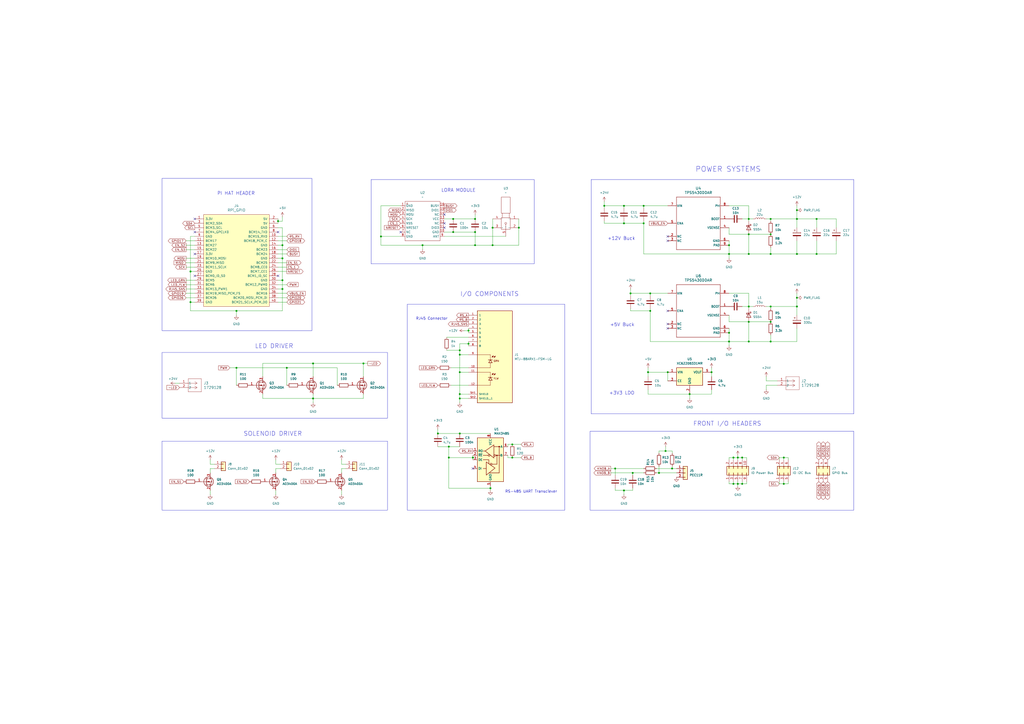
<source format=kicad_sch>
(kicad_sch (version 20250114) (generator "eeschema") (generator_version "9.0")
  (paper "A2")
  (rectangle (start 93.98 255.905) (end 224.79 295.91))
  (rectangle (start 93.98 204.47) (end 224.79 242.57))
  (rectangle (start 215.265 104.14) (end 309.88 153.035))
  (rectangle (start 93.98 103.505) (end 180.975 191.77))
  (rectangle (start 236.22 176.53) (end 327.66 295.91))
  (rectangle (start 342.9 104.14) (end 495.3 240.03))
  (rectangle (start 342.265 250.19) (end 495.3 295.91))
  (text "+5V Buck" (at 360.934 188.468 0) (effects (font (size 1.905 1.905))))
  (text "SOLENOID DRIVER" (at 158.242 251.714 0) (effects (font (size 2.54 2.54))))
  (text "LORA MODULE\n" (at 265.938 110.49 0) (effects (font (size 1.905 1.905))))
  (text "POWER SYSTEMS" (at 422.402 98.298 0) (effects (font (size 3.048 3.048))))
  (text "+12V Buck\n" (at 360.426 138.43 0) (effects (font (size 1.905 1.905))))
  (text "I/O COMPONENTS" (at 283.972 170.688 0) (effects (font (size 2.54 2.54))))
  (text "RS-485 UART Transciever" (at 308.102 285.242 0) (effects (font (size 1.524 1.524))))
  (text "FRONT I/O HEADERS" (at 421.894 245.872 0) (effects (font (size 2.54 2.54))))
  (text "+3V3 LDO" (at 360.68 228.092 0) (effects (font (size 1.905 1.905))))
  (text "LED DRIVER" (at 159.004 200.914 0) (effects (font (size 2.54 2.54))))
  (text "RJ45 Connector" (at 250.444 184.912 0) (effects (font (size 1.524 1.524))))
  (text "PI HAT HEADER" (at 136.906 112.268 0) (effects (font (size 1.905 1.905))))
  (junction (at 434.34 127))
  (junction (at 434.34 177.8))
  (junction (at 473.71 147.32))
  (junction (at 254 251.46))
  (junction (at 462.28 127))
  (junction (at 266.7 251.46))
  (junction (at 275.59 127))
  (junction (at 181.61 231.14))
  (junction (at 110.49 175.26))
  (junction (at 382.27 274.32))
  (junction (at 163.83 162.56))
  (junction (at 266.7 215.9))
  (junction (at 427.99 265.43))
  (junction (at 260.35 259.08))
  (junction (at 166.37 213.36))
  (junction (at 422.91 193.04))
  (junction (at 137.16 213.36))
  (junction (at 266.7 231.14))
  (junction (at 454.66 265.43))
  (junction (at 425.45 280.67))
  (junction (at 400.05 228.6))
  (junction (at 430.53 265.43))
  (junction (at 386.08 261.62))
  (junction (at 110.49 157.48))
  (junction (at 285.75 142.24))
  (junction (at 427.99 280.67))
  (junction (at 375.92 215.9))
  (junction (at 361.95 119.38))
  (junction (at 454.66 280.67))
  (junction (at 163.83 142.24))
  (junction (at 262.89 134.62))
  (junction (at 266.7 205.74))
  (junction (at 447.04 198.12))
  (junction (at 260.35 265.43))
  (junction (at 275.59 142.24))
  (junction (at 266.7 228.6))
  (junction (at 137.16 180.34))
  (junction (at 412.75 215.9))
  (junction (at 285.75 132.08))
  (junction (at 210.82 210.82))
  (junction (at 161.29 128.27))
  (junction (at 262.89 127))
  (junction (at 163.83 149.86))
  (junction (at 266.7 203.2))
  (junction (at 462.28 121.92))
  (junction (at 361.95 129.54))
  (junction (at 377.19 180.34))
  (junction (at 462.28 172.72))
  (junction (at 373.38 129.54))
  (junction (at 434.34 135.89))
  (junction (at 422.91 198.12))
  (junction (at 422.91 147.32))
  (junction (at 434.34 147.32))
  (junction (at 473.71 127))
  (junction (at 361.95 284.48))
  (junction (at 181.61 210.82))
  (junction (at 284.48 283.21))
  (junction (at 447.04 147.32))
  (junction (at 300.99 132.08))
  (junction (at 462.28 177.8))
  (junction (at 365.76 170.18))
  (junction (at 373.38 119.38))
  (junction (at 350.52 119.38))
  (junction (at 422.91 142.24))
  (junction (at 297.18 257.81))
  (junction (at 430.53 280.67))
  (junction (at 297.18 265.43))
  (junction (at 377.19 170.18))
  (junction (at 367.03 274.32))
  (junction (at 447.04 177.8))
  (junction (at 274.32 265.43))
  (junction (at 447.04 186.69))
  (junction (at 387.35 215.9))
  (junction (at 447.04 135.89))
  (junction (at 389.89 271.78))
  (junction (at 434.34 198.12))
  (junction (at 245.11 142.24))
  (junction (at 271.78 191.77))
  (junction (at 163.83 167.64))
  (junction (at 447.04 127))
  (junction (at 434.34 186.69))
  (junction (at 425.45 265.43))
  (junction (at 271.78 199.39))
  (junction (at 220.98 137.16))
  (junction (at 275.59 134.62))
  (junction (at 462.28 147.32))
  (junction (at 356.87 271.78))
  (no_connect (at 387.35 187.96))
  (no_connect (at 113.03 134.62))
  (no_connect (at 257.81 124.46))
  (no_connect (at 113.03 127))
  (no_connect (at 161.29 160.02))
  (no_connect (at 274.32 271.78))
  (no_connect (at 161.29 134.62))
  (no_connect (at 113.03 147.32))
  (no_connect (at 257.81 132.08))
  (no_connect (at 387.35 190.5))
  (no_connect (at 387.35 139.7))
  (no_connect (at 232.41 134.62))
  (no_connect (at 257.81 129.54))
  (no_connect (at 387.35 137.16))
  (no_connect (at 387.35 180.34))
  (no_connect (at 113.03 160.02))
  (wire (pts (xy 107.95 154.94) (xy 113.03 154.94)))
  (wire (pts (xy 294.64 259.08) (xy 294.64 257.81)))
  (wire (pts (xy 262.89 134.62) (xy 275.59 134.62)))
  (wire (pts (xy 152.4 231.14) (xy 181.61 231.14)))
  (wire (pts (xy 160.02 287.02) (xy 160.02 284.48)))
  (wire (pts (xy 260.35 259.08) (xy 260.35 265.43)))
  (wire (pts (xy 266.7 231.14) (xy 266.7 233.68)))
  (wire (pts (xy 422.91 265.43) (xy 425.45 265.43)))
  (wire (pts (xy 300.99 127) (xy 300.99 132.08)))
  (wire (pts (xy 297.18 257.81) (xy 302.26 257.81)))
  (wire (pts (xy 350.52 120.65) (xy 350.52 119.38)))
  (wire (pts (xy 462.28 139.7) (xy 462.28 147.32)))
  (wire (pts (xy 271.78 205.74) (xy 266.7 205.74)))
  (wire (pts (xy 356.87 271.78) (xy 373.38 271.78)))
  (wire (pts (xy 166.37 175.26) (xy 161.29 175.26)))
  (wire (pts (xy 430.53 265.43) (xy 430.53 266.7)))
  (wire (pts (xy 454.66 280.67) (xy 457.2 280.67)))
  (wire (pts (xy 361.95 284.48) (xy 367.03 284.48)))
  (wire (pts (xy 245.11 142.24) (xy 275.59 142.24)))
  (wire (pts (xy 434.34 198.12) (xy 447.04 198.12)))
  (wire (pts (xy 434.34 179.07) (xy 434.34 177.8)))
  (wire (pts (xy 210.82 210.82) (xy 181.61 210.82)))
  (wire (pts (xy 254 251.46) (xy 266.7 251.46)))
  (wire (pts (xy 121.92 266.7) (xy 121.92 269.24)))
  (wire (pts (xy 462.28 119.38) (xy 462.28 121.92)))
  (wire (pts (xy 373.38 129.54) (xy 373.38 128.27)))
  (wire (pts (xy 121.92 271.78) (xy 121.92 274.32)))
  (wire (pts (xy 166.37 144.78) (xy 161.29 144.78)))
  (wire (pts (xy 260.35 265.43) (xy 274.32 265.43)))
  (wire (pts (xy 181.61 231.14) (xy 181.61 228.6)))
  (wire (pts (xy 356.87 284.48) (xy 361.95 284.48)))
  (wire (pts (xy 113.03 157.48) (xy 110.49 157.48)))
  (wire (pts (xy 107.95 142.24) (xy 113.03 142.24)))
  (wire (pts (xy 389.89 271.78) (xy 392.43 271.78)))
  (wire (pts (xy 422.91 190.5) (xy 422.91 193.04)))
  (wire (pts (xy 161.29 167.64) (xy 163.83 167.64)))
  (wire (pts (xy 434.34 119.38) (xy 434.34 127)))
  (wire (pts (xy 422.91 186.69) (xy 434.34 186.69)))
  (wire (pts (xy 382.27 261.62) (xy 382.27 262.89)))
  (wire (pts (xy 356.87 271.78) (xy 356.87 275.59)))
  (wire (pts (xy 434.34 177.8) (xy 436.88 177.8)))
  (wire (pts (xy 261.62 213.36) (xy 271.78 213.36)))
  (wire (pts (xy 361.95 129.54) (xy 373.38 129.54)))
  (wire (pts (xy 377.19 180.34) (xy 377.19 198.12)))
  (wire (pts (xy 274.32 264.16) (xy 274.32 265.43)))
  (wire (pts (xy 163.83 162.56) (xy 163.83 149.86)))
  (wire (pts (xy 377.19 171.45) (xy 377.19 170.18)))
  (wire (pts (xy 166.37 147.32) (xy 161.29 147.32)))
  (wire (pts (xy 160.02 269.24) (xy 162.56 269.24)))
  (wire (pts (xy 434.34 170.18) (xy 434.34 177.8)))
  (wire (pts (xy 361.95 129.54) (xy 361.95 128.27)))
  (wire (pts (xy 254 259.08) (xy 260.35 259.08)))
  (wire (pts (xy 200.66 271.78) (xy 198.12 271.78)))
  (wire (pts (xy 271.78 190.5) (xy 271.78 191.77)))
  (wire (pts (xy 361.95 284.48) (xy 361.95 287.02)))
  (wire (pts (xy 107.95 149.86) (xy 113.03 149.86)))
  (wire (pts (xy 485.14 147.32) (xy 473.71 147.32)))
  (wire (pts (xy 389.89 261.62) (xy 389.89 262.89)))
  (wire (pts (xy 375.92 215.9) (xy 387.35 215.9)))
  (wire (pts (xy 452.12 280.67) (xy 452.12 279.4)))
  (wire (pts (xy 422.91 147.32) (xy 434.34 147.32)))
  (wire (pts (xy 447.04 127) (xy 462.28 127)))
  (wire (pts (xy 271.78 191.77) (xy 271.78 193.04)))
  (wire (pts (xy 447.04 128.27) (xy 447.04 127)))
  (wire (pts (xy 386.08 259.08) (xy 386.08 261.62)))
  (wire (pts (xy 462.28 177.8) (xy 462.28 182.88)))
  (wire (pts (xy 166.37 139.7) (xy 161.29 139.7)))
  (wire (pts (xy 375.92 226.06) (xy 375.92 228.6)))
  (wire (pts (xy 137.16 180.34) (xy 110.49 180.34)))
  (wire (pts (xy 261.62 223.52) (xy 271.78 223.52)))
  (wire (pts (xy 121.92 269.24) (xy 124.46 269.24)))
  (wire (pts (xy 260.35 283.21) (xy 284.48 283.21)))
  (wire (pts (xy 210.82 218.44) (xy 210.82 210.82)))
  (wire (pts (xy 427.99 265.43) (xy 430.53 265.43)))
  (wire (pts (xy 412.75 228.6) (xy 400.05 228.6)))
  (wire (pts (xy 452.12 280.67) (xy 454.66 280.67)))
  (wire (pts (xy 121.92 287.02) (xy 121.92 284.48)))
  (wire (pts (xy 266.7 228.6) (xy 266.7 231.14)))
  (wire (pts (xy 434.34 135.89) (xy 434.34 147.32)))
  (wire (pts (xy 294.64 257.81) (xy 297.18 257.81)))
  (wire (pts (xy 107.95 152.4) (xy 113.03 152.4)))
  (wire (pts (xy 457.2 280.67) (xy 457.2 279.4)))
  (wire (pts (xy 473.71 127) (xy 485.14 127)))
  (wire (pts (xy 269.24 191.77) (xy 271.78 191.77)))
  (wire (pts (xy 422.91 200.66) (xy 422.91 198.12)))
  (wire (pts (xy 266.7 228.6) (xy 271.78 228.6)))
  (wire (pts (xy 166.37 152.4) (xy 161.29 152.4)))
  (wire (pts (xy 271.78 198.12) (xy 271.78 199.39)))
  (wire (pts (xy 386.08 261.62) (xy 389.89 261.62)))
  (wire (pts (xy 137.16 213.36) (xy 137.16 223.52)))
  (wire (pts (xy 430.53 127) (xy 434.34 127)))
  (wire (pts (xy 389.89 270.51) (xy 389.89 271.78)))
  (wire (pts (xy 166.37 154.94) (xy 161.29 154.94)))
  (wire (pts (xy 181.61 210.82) (xy 181.61 218.44)))
  (wire (pts (xy 113.03 137.16) (xy 110.49 137.16)))
  (wire (pts (xy 387.35 215.9) (xy 387.35 220.98)))
  (wire (pts (xy 266.7 205.74) (xy 266.7 215.9)))
  (wire (pts (xy 110.49 157.48) (xy 110.49 175.26)))
  (wire (pts (xy 284.48 284.48) (xy 284.48 283.21)))
  (wire (pts (xy 367.03 284.48) (xy 367.03 283.21)))
  (wire (pts (xy 367.03 274.32) (xy 367.03 275.59)))
  (wire (pts (xy 365.76 180.34) (xy 377.19 180.34)))
  (wire (pts (xy 427.99 281.94) (xy 427.99 280.67)))
  (wire (pts (xy 161.29 137.16) (xy 166.37 137.16)))
  (wire (pts (xy 198.12 266.7) (xy 198.12 269.24)))
  (wire (pts (xy 285.75 142.24) (xy 275.59 142.24)))
  (wire (pts (xy 285.75 132.08) (xy 285.75 142.24)))
  (wire (pts (xy 285.75 142.24) (xy 300.99 142.24)))
  (wire (pts (xy 377.19 198.12) (xy 422.91 198.12)))
  (wire (pts (xy 181.61 231.14) (xy 210.82 231.14)))
  (wire (pts (xy 485.14 127) (xy 485.14 132.08)))
  (wire (pts (xy 382.27 274.32) (xy 392.43 274.32)))
  (wire (pts (xy 232.41 119.38) (xy 220.98 119.38)))
  (wire (pts (xy 163.83 180.34) (xy 137.16 180.34)))
  (wire (pts (xy 427.99 264.16) (xy 427.99 265.43)))
  (wire (pts (xy 110.49 175.26) (xy 113.03 175.26)))
  (wire (pts (xy 294.64 264.16) (xy 294.64 265.43)))
  (wire (pts (xy 260.35 259.08) (xy 266.7 259.08)))
  (wire (pts (xy 425.45 265.43) (xy 425.45 266.7)))
  (wire (pts (xy 133.35 213.36) (xy 137.16 213.36)))
  (wire (pts (xy 422.91 149.86) (xy 422.91 147.32)))
  (wire (pts (xy 107.95 167.64) (xy 113.03 167.64)))
  (wire (pts (xy 434.34 147.32) (xy 447.04 147.32)))
  (wire (pts (xy 162.56 271.78) (xy 160.02 271.78)))
  (wire (pts (xy 166.37 165.1) (xy 161.29 165.1)))
  (wire (pts (xy 444.5 218.44) (xy 444.5 220.98)))
  (wire (pts (xy 163.83 167.64) (xy 163.83 180.34)))
  (wire (pts (xy 163.83 149.86) (xy 163.83 142.24)))
  (wire (pts (xy 425.45 280.67) (xy 427.99 280.67)))
  (wire (pts (xy 260.35 265.43) (xy 260.35 283.21)))
  (wire (pts (xy 473.71 139.7) (xy 473.71 147.32)))
  (wire (pts (xy 275.59 124.46) (xy 275.59 127)))
  (wire (pts (xy 450.85 223.52) (xy 444.5 223.52)))
  (wire (pts (xy 361.95 119.38) (xy 373.38 119.38)))
  (wire (pts (xy 285.75 127) (xy 285.75 132.08)))
  (wire (pts (xy 160.02 271.78) (xy 160.02 274.32)))
  (wire (pts (xy 422.91 170.18) (xy 434.34 170.18)))
  (wire (pts (xy 350.52 128.27) (xy 350.52 129.54)))
  (wire (pts (xy 422.91 135.89) (xy 434.34 135.89)))
  (wire (pts (xy 271.78 199.39) (xy 266.7 199.39)))
  (wire (pts (xy 412.75 218.44) (xy 412.75 215.9)))
  (wire (pts (xy 427.99 265.43) (xy 427.99 266.7)))
  (wire (pts (xy 107.95 170.18) (xy 113.03 170.18)))
  (wire (pts (xy 452.12 265.43) (xy 452.12 266.7)))
  (wire (pts (xy 422.91 265.43) (xy 422.91 266.7)))
  (wire (pts (xy 124.46 271.78) (xy 121.92 271.78)))
  (wire (pts (xy 444.5 223.52) (xy 444.5 226.06)))
  (wire (pts (xy 356.87 284.48) (xy 356.87 283.21)))
  (wire (pts (xy 373.38 147.32) (xy 422.91 147.32)))
  (wire (pts (xy 161.29 127) (xy 161.29 128.27)))
  (wire (pts (xy 434.34 186.69) (xy 434.34 198.12)))
  (wire (pts (xy 354.33 274.32) (xy 367.03 274.32)))
  (wire (pts (xy 110.49 137.16) (xy 110.49 157.48)))
  (wire (pts (xy 444.5 177.8) (xy 447.04 177.8)))
  (wire (pts (xy 220.98 119.38) (xy 220.98 137.16)))
  (wire (pts (xy 444.5 127) (xy 447.04 127)))
  (wire (pts (xy 452.12 265.43) (xy 454.66 265.43)))
  (wire (pts (xy 485.14 139.7) (xy 485.14 147.32)))
  (wire (pts (xy 365.76 167.64) (xy 365.76 170.18)))
  (wire (pts (xy 161.29 149.86) (xy 163.83 149.86)))
  (wire (pts (xy 381 271.78) (xy 389.89 271.78)))
  (wire (pts (xy 462.28 127) (xy 473.71 127)))
  (wire (pts (xy 350.52 119.38) (xy 361.95 119.38)))
  (wire (pts (xy 107.95 165.1) (xy 113.03 165.1)))
  (wire (pts (xy 259.08 203.2) (xy 266.7 203.2)))
  (wire (pts (xy 245.11 144.78) (xy 245.11 142.24)))
  (wire (pts (xy 434.34 128.27) (xy 434.34 127)))
  (wire (pts (xy 427.99 280.67) (xy 430.53 280.67)))
  (wire (pts (xy 462.28 198.12) (xy 447.04 198.12)))
  (wire (pts (xy 447.04 194.31) (xy 447.04 198.12)))
  (wire (pts (xy 266.7 231.14) (xy 271.78 231.14)))
  (wire (pts (xy 163.83 167.64) (xy 163.83 162.56)))
  (wire (pts (xy 152.4 231.14) (xy 152.4 228.6)))
  (wire (pts (xy 163.83 132.08) (xy 161.29 132.08)))
  (wire (pts (xy 454.66 280.67) (xy 454.66 279.4)))
  (wire (pts (xy 457.2 265.43) (xy 457.2 266.7)))
  (wire (pts (xy 422.91 182.88) (xy 422.91 186.69)))
  (wire (pts (xy 433.07 280.67) (xy 433.07 279.4)))
  (wire (pts (xy 300.99 132.08) (xy 300.99 142.24)))
  (wire (pts (xy 110.49 180.34) (xy 110.49 175.26)))
  (wire (pts (xy 220.98 137.16) (xy 232.41 137.16)))
  (wire (pts (xy 367.03 274.32) (xy 373.38 274.32)))
  (wire (pts (xy 198.12 287.02) (xy 198.12 284.48)))
  (wire (pts (xy 422.91 280.67) (xy 422.91 279.4)))
  (wire (pts (xy 422.91 119.38) (xy 434.34 119.38)))
  (wire (pts (xy 350.52 116.84) (xy 350.52 119.38)))
  (wire (pts (xy 220.98 142.24) (xy 245.11 142.24)))
  (wire (pts (xy 210.82 210.82) (xy 213.36 210.82)))
  (wire (pts (xy 254 248.92) (xy 254 251.46)))
  (wire (pts (xy 166.37 213.36) (xy 166.37 223.52)))
  (wire (pts (xy 422.91 198.12) (xy 422.91 193.04)))
  (wire (pts (xy 365.76 180.34) (xy 365.76 179.07)))
  (wire (pts (xy 422.91 198.12) (xy 434.34 198.12)))
  (wire (pts (xy 434.34 135.89) (xy 447.04 135.89)))
  (wire (pts (xy 375.92 228.6) (xy 400.05 228.6)))
  (wire (pts (xy 375.92 218.44) (xy 375.92 215.9)))
  (wire (pts (xy 163.83 142.24) (xy 163.83 132.08)))
  (wire (pts (xy 275.59 134.62) (xy 275.59 142.24)))
  (wire (pts (xy 365.76 171.45) (xy 365.76 170.18)))
  (wire (pts (xy 284.48 283.21) (xy 284.48 281.94)))
  (wire (pts (xy 257.81 137.16) (xy 293.37 137.16)))
  (wire (pts (xy 195.58 213.36) (xy 195.58 223.52)))
  (wire (pts (xy 161.29 128.27) (xy 163.83 128.27)))
  (wire (pts (xy 220.98 142.24) (xy 220.98 137.16)))
  (wire (pts (xy 166.37 157.48) (xy 161.29 157.48)))
  (wire (pts (xy 166.37 213.36) (xy 195.58 213.36)))
  (wire (pts (xy 473.71 147.32) (xy 462.28 147.32)))
  (wire (pts (xy 454.66 265.43) (xy 457.2 265.43)))
  (wire (pts (xy 161.29 128.27) (xy 161.29 129.54)))
  (wire (pts (xy 450.85 220.98) (xy 444.5 220.98)))
  (wire (pts (xy 152.4 218.44) (xy 152.4 210.82)))
  (wire (pts (xy 412.75 226.06) (xy 412.75 228.6)))
  (wire (pts (xy 160.02 266.7) (xy 160.02 269.24)))
  (wire (pts (xy 161.29 162.56) (xy 163.83 162.56)))
  (wire (pts (xy 373.38 120.65) (xy 373.38 119.38)))
  (wire (pts (xy 422.91 139.7) (xy 422.91 142.24)))
  (wire (pts (xy 427.99 280.67) (xy 427.99 279.4)))
  (wire (pts (xy 166.37 170.18) (xy 161.29 170.18)))
  (wire (pts (xy 266.7 215.9) (xy 271.78 215.9)))
  (wire (pts (xy 107.95 139.7) (xy 113.03 139.7)))
  (wire (pts (xy 163.83 125.73) (xy 163.83 128.27)))
  (wire (pts (xy 447.04 179.07) (xy 447.04 177.8)))
  (wire (pts (xy 181.61 233.68) (xy 181.61 231.14)))
  (wire (pts (xy 271.78 199.39) (xy 271.78 200.66)))
  (wire (pts (xy 137.16 213.36) (xy 166.37 213.36)))
  (wire (pts (xy 294.64 265.43) (xy 297.18 265.43)))
  (wire (pts (xy 430.53 177.8) (xy 434.34 177.8)))
  (wire (pts (xy 382.27 270.51) (xy 382.27 274.32)))
  (wire (pts (xy 400.05 231.14) (xy 400.05 228.6)))
  (wire (pts (xy 430.53 265.43) (xy 433.07 265.43)))
  (wire (pts (xy 425.45 265.43) (xy 427.99 265.43)))
  (wire (pts (xy 266.7 251.46) (xy 284.48 251.46)))
  (wire (pts (xy 434.34 186.69) (xy 447.04 186.69)))
  (wire (pts (xy 447.04 143.51) (xy 447.04 147.32)))
  (wire (pts (xy 198.12 271.78) (xy 198.12 274.32)))
  (wire (pts (xy 365.76 170.18) (xy 377.19 170.18)))
  (wire (pts (xy 433.07 265.43) (xy 433.07 266.7)))
  (wire (pts (xy 101.6 222.25) (xy 104.14 222.25)))
  (wire (pts (xy 257.81 127) (xy 262.89 127)))
  (wire (pts (xy 462.28 190.5) (xy 462.28 198.12)))
  (wire (pts (xy 266.7 199.39) (xy 266.7 203.2)))
  (wire (pts (xy 430.53 280.67) (xy 433.07 280.67)))
  (wire (pts (xy 210.82 231.14) (xy 210.82 228.6)))
  (wire (pts (xy 107.95 162.56) (xy 113.03 162.56)))
  (wire (pts (xy 266.7 215.9) (xy 266.7 228.6)))
  (wire (pts (xy 382.27 261.62) (xy 386.08 261.62)))
  (wire (pts (xy 107.95 144.78) (xy 113.03 144.78)))
  (wire (pts (xy 447.04 177.8) (xy 462.28 177.8)))
  (wire (pts (xy 152.4 210.82) (xy 181.61 210.82)))
  (wire (pts (xy 373.38 119.38) (xy 387.35 119.38)))
  (wire (pts (xy 375.92 213.36) (xy 375.92 215.9)))
  (wire (pts (xy 257.81 134.62) (xy 262.89 134.62)))
  (wire (pts (xy 262.89 127) (xy 275.59 127)))
  (wire (pts (xy 422.91 147.32) (xy 422.91 142.24)))
  (wire (pts (xy 462.28 127) (xy 462.28 132.08)))
  (wire (pts (xy 381 274.32) (xy 382.27 274.32)))
  (wire (pts (xy 297.18 265.43) (xy 302.26 265.43)))
  (wire (pts (xy 361.95 120.65) (xy 361.95 119.38)))
  (wire (pts (xy 422.91 132.08) (xy 422.91 135.89)))
  (wire (pts (xy 259.08 195.58) (xy 271.78 195.58)))
  (wire (pts (xy 422.91 280.67) (xy 425.45 280.67)))
  (wire (pts (xy 377.19 170.18) (xy 387.35 170.18)))
  (wire (pts (xy 462.28 121.92) (xy 462.28 127)))
  (wire (pts (xy 454.66 265.43) (xy 454.66 266.7)))
  (wire (pts (xy 462.28 172.72) (xy 462.28 177.8)))
  (wire (pts (xy 266.7 203.2) (xy 266.7 205.74)))
  (wire (pts (xy 107.95 172.72) (xy 113.03 172.72)))
  (wire (pts (xy 198.12 269.24) (xy 200.66 269.24)))
  (wire (pts (xy 425.45 280.67) (xy 425.45 279.4)))
  (wire (pts (xy 137.16 182.88) (xy 137.16 180.34)))
  (wire (pts (xy 373.38 129.54) (xy 373.38 147.32)))
  (wire (pts (xy 434.34 127) (xy 436.88 127)))
  (wire (pts (xy 473.71 127) (xy 473.71 132.08)))
  (wire (pts (xy 377.19 180.34) (xy 377.19 179.07)))
  (wire (pts (xy 274.32 265.43) (xy 274.32 266.7)))
  (wire (pts (xy 462.28 147.32) (xy 447.04 147.32)))
  (wire (pts (xy 462.28 170.18) (xy 462.28 172.72)))
  (wire (pts (xy 354.33 271.78) (xy 356.87 271.78)))
  (wire (pts (xy 430.53 280.67) (xy 430.53 279.4)))
  (wire (pts (xy 161.29 142.24) (xy 163.83 142.24)))
  (wire (pts (xy 350.52 129.54) (xy 361.95 129.54)))
  (wire (pts (xy 166.37 172.72) (xy 161.29 172.72)))
  (wire (pts (xy 412.75 213.36) (xy 412.75 215.9)))
  (global_label "EN_S1" (shape output) (at 166.37 152.4 0) (property "Intersheetrefs" "${INTERSHEET_REFS}" (effects (hide yes))))
  (global_label "RS_B" (shape input) (at 302.26 265.43 0) (property "Intersheetrefs" "${INTERSHEET_REFS}" (effects (hide yes))))
  (global_label "EN_S3" (shape output) (at 107.95 144.78 180) (property "Intersheetrefs" "${INTERSHEET_REFS}" (effects (hide yes))))
  (global_label "EN_S3" (shape input) (at 182.88 279.4 180) (property "Intersheetrefs" "${INTERSHEET_REFS}" (effects (hide yes))))
  (global_label "VBUS_EN" (shape input) (at 166.37 170.18 0) (property "Intersheetrefs" "${INTERSHEET_REFS}" (effects (hide yes))))
  (global_label "RS_A" (shape input) (at 302.26 257.81 0) (property "Intersheetrefs" "${INTERSHEET_REFS}" (effects (hide yes))))
  (global_label "GPIO19" (shape bidirectional) (at 477.52 266.7 90) (property "Intersheetrefs" "${INTERSHEET_REFS}" (effects (hide yes))))
  (global_label "GPIO17" (shape bidirectional) (at 474.98 266.7 90) (property "Intersheetrefs" "${INTERSHEET_REFS}" (effects (hide yes))))
  (global_label "MISO" (shape output) (at 232.41 121.92 180) (property "Intersheetrefs" "${INTERSHEET_REFS}" (effects (hide yes))))
  (global_label "EN_S2" (shape input) (at 144.78 279.4 180) (property "Intersheetrefs" "${INTERSHEET_REFS}" (effects (hide yes))))
  (global_label "BUSY" (shape output) (at 257.81 119.38 0) (property "Intersheetrefs" "${INTERSHEET_REFS}" (effects (hide yes))))
  (global_label "KNOB_A" (shape output) (at 354.33 271.78 180) (property "Intersheetrefs" "${INTERSHEET_REFS}" (effects (hide yes))))
  (global_label "EN_S1" (shape input) (at 106.68 279.4 180) (property "Intersheetrefs" "${INTERSHEET_REFS}" (effects (hide yes))))
  (global_label "RS_B" (shape output) (at 271.78 185.42 180) (property "Intersheetrefs" "${INTERSHEET_REFS}" (effects (hide yes))))
  (global_label "BUSY" (shape input) (at 166.37 147.32 0) (property "Intersheetrefs" "${INTERSHEET_REFS}" (effects (hide yes))))
  (global_label "PWM" (shape input) (at 166.37 165.1 0) (property "Intersheetrefs" "${INTERSHEET_REFS}" (effects (hide yes))))
  (global_label "EN_S2" (shape output) (at 107.95 142.24 180) (property "Intersheetrefs" "${INTERSHEET_REFS}" (effects (hide yes))))
  (global_label "DIO1" (shape input) (at 166.37 144.78 0) (property "Intersheetrefs" "${INTERSHEET_REFS}" (effects (hide yes))))
  (global_label "SDA" (shape bidirectional) (at 452.12 265.43 180) (property "Intersheetrefs" "${INTERSHEET_REFS}" (effects (hide yes))))
  (global_label "GPIO18" (shape bidirectional) (at 477.52 279.4 270) (property "Intersheetrefs" "${INTERSHEET_REFS}" (effects (hide yes))))
  (global_label "NRESET" (shape input) (at 232.41 132.08 180) (property "Intersheetrefs" "${INTERSHEET_REFS}" (effects (hide yes))))
  (global_label "SCK" (shape output) (at 107.95 154.94 180) (property "Intersheetrefs" "${INTERSHEET_REFS}" (effects (hide yes))))
  (global_label "GPIO19" (shape bidirectional) (at 107.95 170.18 180) (property "Intersheetrefs" "${INTERSHEET_REFS}" (effects (hide yes))))
  (global_label "SDA" (shape bidirectional) (at 113.03 129.54 180) (property "Intersheetrefs" "${INTERSHEET_REFS}" (effects (hide yes))))
  (global_label "MOSI" (shape input) (at 232.41 124.46 180) (property "Intersheetrefs" "${INTERSHEET_REFS}" (effects (hide yes))))
  (global_label "VBUS_EN" (shape input) (at 387.35 129.54 180) (property "Intersheetrefs" "${INTERSHEET_REFS}" (effects (hide yes))))
  (global_label "LED_YLW" (shape output) (at 107.95 165.1 180) (property "Intersheetrefs" "${INTERSHEET_REFS}" (effects (hide yes))))
  (global_label "SCL" (shape input) (at 452.12 280.67 180) (property "Intersheetrefs" "${INTERSHEET_REFS}" (effects (hide yes))))
  (global_label "RS_A" (shape output) (at 271.78 182.88 180) (property "Intersheetrefs" "${INTERSHEET_REFS}" (effects (hide yes))))
  (global_label "GPIO21" (shape bidirectional) (at 480.06 266.7 90) (property "Intersheetrefs" "${INTERSHEET_REFS}" (effects (hide yes))))
  (global_label "MOSI" (shape output) (at 107.95 149.86 180) (property "Intersheetrefs" "${INTERSHEET_REFS}" (effects (hide yes))))
  (global_label "CS_1" (shape input) (at 232.41 129.54 180) (property "Intersheetrefs" "${INTERSHEET_REFS}" (effects (hide yes))))
  (global_label "RS_RX" (shape input) (at 166.37 137.16 0) (property "Intersheetrefs" "${INTERSHEET_REFS}" (effects (hide yes))))
  (global_label "GPIO20" (shape bidirectional) (at 166.37 172.72 0) (property "Intersheetrefs" "${INTERSHEET_REFS}" (effects (hide yes))))
  (global_label "KNOB_B" (shape output) (at 354.33 274.32 180) (property "Intersheetrefs" "${INTERSHEET_REFS}" (effects (hide yes))))
  (global_label "-LED" (shape output) (at 213.36 210.82 0) (property "Intersheetrefs" "${INTERSHEET_REFS}" (effects (hide yes))))
  (global_label "GPIO21" (shape bidirectional) (at 166.37 175.26 0) (property "Intersheetrefs" "${INTERSHEET_REFS}" (effects (hide yes))))
  (global_label "-LED" (shape input) (at 104.14 224.79 180) (property "Intersheetrefs" "${INTERSHEET_REFS}" (effects (hide yes))))
  (global_label "RJ45_SNS" (shape output) (at 271.78 187.96 180) (property "Intersheetrefs" "${INTERSHEET_REFS}" (effects (hide yes))))
  (global_label "GPIO17" (shape bidirectional) (at 107.95 139.7 180) (property "Intersheetrefs" "${INTERSHEET_REFS}" (effects (hide yes))))
  (global_label "RJ45_SNS" (shape output) (at 107.95 167.64 180) (property "Intersheetrefs" "${INTERSHEET_REFS}" (effects (hide yes))))
  (global_label "CS_1" (shape output) (at 166.37 154.94 0) (property "Intersheetrefs" "${INTERSHEET_REFS}" (effects (hide yes))))
  (global_label "SCK" (shape input) (at 232.41 127 180) (property "Intersheetrefs" "${INTERSHEET_REFS}" (effects (hide yes))))
  (global_label "GPIO26" (shape bidirectional) (at 474.98 279.4 270) (property "Intersheetrefs" "${INTERSHEET_REFS}" (effects (hide yes))))
  (global_label "LED_YLW" (shape input) (at 254 223.52 180) (property "Intersheetrefs" "${INTERSHEET_REFS}" (effects (hide yes))))
  (global_label "NRESET" (shape output) (at 166.37 157.48 0) (property "Intersheetrefs" "${INTERSHEET_REFS}" (effects (hide yes))))
  (global_label "DIO1" (shape output) (at 257.81 121.92 0) (property "Intersheetrefs" "${INTERSHEET_REFS}" (effects (hide yes))))
  (global_label "LED_GRN" (shape input) (at 254 213.36 180) (property "Intersheetrefs" "${INTERSHEET_REFS}" (effects (hide yes))))
  (global_label "GPIO18" (shape bidirectional) (at 166.37 139.7 0) (property "Intersheetrefs" "${INTERSHEET_REFS}" (effects (hide yes))))
  (global_label "SCL" (shape output) (at 113.03 132.08 180) (property "Intersheetrefs" "${INTERSHEET_REFS}" (effects (hide yes))))
  (global_label "RS_RX" (shape output) (at 274.32 261.62 180) (property "Intersheetrefs" "${INTERSHEET_REFS}" (effects (hide yes))))
  (global_label "GPIO26" (shape bidirectional) (at 107.95 172.72 180) (property "Intersheetrefs" "${INTERSHEET_REFS}" (effects (hide yes))))
  (global_label "GPIO20" (shape bidirectional) (at 480.06 279.4 270) (property "Intersheetrefs" "${INTERSHEET_REFS}" (effects (hide yes))))
  (global_label "PWM" (shape input) (at 133.35 213.36 180) (property "Intersheetrefs" "${INTERSHEET_REFS}" (effects (hide yes))))
  (global_label "MISO" (shape input) (at 107.95 152.4 180) (property "Intersheetrefs" "${INTERSHEET_REFS}" (effects (hide yes))))
  (global_label "LED_GRN" (shape output) (at 107.95 162.56 180) (property "Intersheetrefs" "${INTERSHEET_REFS}" (effects (hide yes))))
  (symbol (lib_id "power:PWR_FLAG") (at 462.28 121.92 270) (unit 1)
    (property "Reference" "#FLG01" (effects (hide yes)))
    (property "Value" "PWR_FLAG" (at 466.09 121.9199 90) (effects (justify left)))
    (property "Description" "Special symbol for telling ERC where power comes from" (effects (hide yes)))
  )
  (symbol (lib_id "power:+12V") (at 121.92 266.7 0) (unit 1)
    (property "Reference" "#PWR032" (effects (hide yes)))
    (property "Value" "+12V" (at 121.92 261.62 0))
    (property "Description" "Power symbol creates a global label with name \"+12V\"" (effects (hide yes)))
  )
  (symbol (lib_id "Device:C") (at 426.72 127 90) (unit 1)
    (property "Reference" "C13" (at 426.72 120.904 90))
    (property "Value" "10n" (at 426.72 123.444 90))
    (property "Footprint" "Capacitor_SMD:C_0402_1005Metric" (effects (hide yes)))
    (property "Description" "Unpolarized capacitor" (effects (hide yes)))
    (property "LCSC" "C15195" (effects (hide yes)))
  )
  (symbol (lib_id "power:GND") (at 121.92 287.02 0) (unit 1)
    (property "Reference" "#PWR028" (effects (hide yes)))
    (property "Value" "GND" (at 121.92 292.1 0))
    (property "Description" "Power symbol creates a global label with name \"GND\" , ground" (effects (hide yes)))
  )
  (symbol (lib_id "Device:C") (at 375.92 222.25 0) (unit 1)
    (property "Reference" "C5" (at 379.73 220.9799 0) (effects (justify left)))
    (property "Value" "10u" (at 379.73 223.5199 0) (effects (justify left)))
    (property "Footprint" "Capacitor_SMD:C_0603_1608Metric" (effects (hide yes)))
    (property "Description" "Unpolarized capacitor" (effects (hide yes)))
    (property "LCSC" "C19702" (effects (hide yes)))
  )
  (symbol (lib_id "power:GND") (at 361.95 287.02 0) (unit 1)
    (property "Reference" "#PWR023" (effects (hide yes)))
    (property "Value" "GND" (at 361.95 292.1 0))
    (property "Description" "Power symbol creates a global label with name \"GND\" , ground" (effects (hide yes)))
  )
  (symbol (lib_id "power:+24V") (at 444.5 218.44 0) (unit 1)
    (property "Reference" "#PWR017" (effects (hide yes)))
    (property "Value" "+24V" (at 444.5 213.36 0))
    (property "Description" "Power symbol creates a global label with name \"+24V\"" (effects (hide yes)))
  )
  (symbol (lib_id "Connector_Generic:Conn_02x03_Odd_Even") (at 454.66 274.32 90) (unit 1)
    (property "Reference" "J12" (at 459.74 271.7799 90) (effects (justify right)))
    (property "Value" "IO I2C Bus" (at 459.74 274.3199 90) (effects (justify right)))
    (property "Footprint" "Connector_PinHeader_2.54mm:PinHeader_2x03_P2.54mm_Vertical" (effects (hide yes)))
    (property "Description" "Generic connector, double row, 02x03, odd/even pin numbering scheme (row 1 odd numbers, row 2 even numbers), script generated (kicad-library-utils/schlib/autogen/connector/)" (effects (hide yes)))
  )
  (symbol (lib_id "Device:R") (at 259.08 199.39 180) (unit 1)
    (property "Reference" "R4" (at 261.62 198.1199 0) (effects (justify right)))
    (property "Value" "1k" (at 261.62 200.6599 0) (effects (justify right)))
    (property "Footprint" "Resistor_SMD:R_0402_1005Metric" (effects (hide yes)))
    (property "Description" "Resistor" (effects (hide yes)))
    (property "LCSC" "C11702" (effects (hide yes)))
  )
  (symbol (lib_id "power:+5V") (at 375.92 213.36 0) (unit 1)
    (property "Reference" "#PWR07" (effects (hide yes)))
    (property "Value" "+5V" (at 375.92 208.28 0))
    (property "Description" "Power symbol creates a global label with name \"+5V\"" (effects (hide yes)))
  )
  (symbol (lib_id "power:PWR_FLAG") (at 462.28 172.72 270) (unit 1)
    (property "Reference" "#FLG02" (effects (hide yes)))
    (property "Value" "PWR_FLAG" (at 466.09 172.7199 90) (effects (justify left)))
    (property "Description" "Special symbol for telling ERC where power comes from" (effects (hide yes)))
  )
  (symbol (lib_id "Interface_UART:MAX3485") (at 284.48 266.7 0) (unit 1)
    (property "Reference" "U1" (at 286.6233 248.92 0) (effects (justify left)))
    (property "Value" "MAX3485" (at 286.6233 251.46 0) (effects (justify left)))
    (property "Footprint" "Package_SO:SOIC-8_3.9x4.9mm_P1.27mm" (effects (hide yes)))
    (property "Datasheet" "https://datasheets.maximintegrated.com/en/ds/MAX3483-MAX3491.pdf" (effects (hide yes)))
    (property "Description" "True RS-485/RS-422, 10Mbps, Slew-Rate Limited, with low-power shutdown, with receiver/driver enable, 32 receiver drive capacitity, DIP-8 and SOIC-8" (effects (hide yes)))
    (property "LCSC" "C668204" (effects (hide yes)))
  )
  (symbol (lib_id "Regulator_Linear:XC6220B331MR") (at 400.05 218.44 0) (unit 1)
    (property "Reference" "U5" (at 400.05 208.28 0))
    (property "Value" "XC6220B331MR" (at 400.05 210.82 0))
    (property "Footprint" "Package_TO_SOT_SMD:SOT-23-5" (effects (hide yes)))
    (property "Datasheet" "https://www.torexsemi.com/file/xc6220/XC6220.pdf" (effects (hide yes)))
    (property "Description" "1A, Low Drop-out Voltage Regulator, Fixed Output 3.3V, SOT-23-5" (effects (hide yes)))
    (property "LCSC" "C86534" (effects (hide yes)))
  )
  (symbol (lib_id "2026-02-04_00-56-26:TPS5430DDAR") (at 405.13 180.34 0) (unit 1)
    (property "Reference" "U6" (at 405.13 160.02 0) (effects (font (size 1.524 1.524))))
    (property "Value" "TPS5430DDAR" (at 405.13 162.56 0) (effects (font (size 1.524 1.524))))
    (property "Footprint" "footprints:DDA0008J" (effects (hide yes)))
    (property "Datasheet" "https://www.ti.com/lit/gpn/tps5430" (effects (hide yes)))
    (property "LCSC" "C9864" (effects (hide yes)))
  )
  (symbol (lib_id "Device:R") (at 377.19 271.78 90) (unit 1)
    (property "Reference" "R14" (at 375.92 270.002 0) (effects (justify left)))
    (property "Value" "10k" (at 378.46 270.002 0) (effects (justify left)))
    (property "Footprint" "Resistor_SMD:R_0603_1608Metric" (effects (hide yes)))
    (property "Description" "Resistor" (effects (hide yes)))
    (property "LCSC" "C25804" (effects (hide yes)))
  )
  (symbol (lib_id "Device:D_Schottky") (at 434.34 182.88 270) (unit 1)
    (property "Reference" "D1" (at 436.88 181.2924 90) (effects (justify left)))
    (property "Value" "SS54" (at 436.88 183.8324 90) (effects (justify left)))
    (property "Footprint" "Diode_SMD:D_SMA" (effects (hide yes)))
    (property "Datasheet" "https://jlcpcb.com/partdetail/MDD_Microdiode_Semiconductor-SS54/C22452" (effects (hide yes)))
    (property "Description" "Schottky diode" (effects (hide yes)))
    (property "LCSC" "C22452" (effects (hide yes)))
  )
  (symbol (lib_id "Device:R") (at 170.18 223.52 90) (unit 1)
    (property "Reference" "R9" (at 170.18 217.17 90))
    (property "Value" "100" (at 170.18 219.71 90))
    (property "Footprint" "Resistor_SMD:R_0603_1608Metric" (effects (hide yes)))
    (property "Description" "Resistor" (effects (hide yes)))
    (property "LCSC" "C22775" (effects (hide yes)))
  )
  (symbol (lib_id "power:+12V") (at 160.02 266.7 0) (unit 1)
    (property "Reference" "#PWR031" (effects (hide yes)))
    (property "Value" "+12V" (at 160.02 261.62 0))
    (property "Description" "Power symbol creates a global label with name \"+12V\"" (effects (hide yes)))
  )
  (symbol (lib_id "power:GND") (at 160.02 287.02 0) (unit 1)
    (property "Reference" "#PWR026" (effects (hide yes)))
    (property "Value" "GND" (at 160.02 292.1 0))
    (property "Description" "Power symbol creates a global label with name \"GND\" , ground" (effects (hide yes)))
  )
  (symbol (lib_id "power:+3V3") (at 254 248.92 0) (unit 1)
    (property "Reference" "#PWR03" (effects (hide yes)))
    (property "Value" "+3V3" (at 254 243.84 0))
    (property "Description" "Power symbol creates a global label with name \"+3V3\"" (effects (hide yes)))
  )
  (symbol (lib_id "Device:C_Polarized") (at 473.71 135.89 0) (unit 1)
    (property "Reference" "C16" (at 477.52 133.7309 0) (effects (justify left)))
    (property "Value" "22u" (at 477.52 136.2709 0) (effects (justify left)))
    (property "Footprint" "Capacitor_Tantalum_SMD:CP_EIA-7343-15_Kemet-W" (effects (hide yes)))
    (property "Datasheet" "https://www.digikey.com/en/products/detail/panasonic-electronic-components/6TPB330ML/4204950?s=N4IgTCBcDaIGwBUAKAhAzGgDAWQDIgF0BfIA" (effects (hide yes)))
    (property "Description" "Polarized capacitor" (effects (hide yes)))
    (property "LCSC" "C308917" (effects (hide yes)))
  )
  (symbol (lib_id "power:+3V3") (at 386.08 259.08 0) (unit 1)
    (property "Reference" "#PWR022" (effects (hide yes)))
    (property "Value" "+3V3" (at 386.08 254 0))
    (property "Description" "Power symbol creates a global label with name \"+3V3\"" (effects (hide yes)))
  )
  (symbol (lib_id "power:+24V") (at 365.76 167.64 0) (unit 1)
    (property "Reference" "#PWR010" (effects (hide yes)))
    (property "Value" "+24V" (at 365.76 162.56 0))
    (property "Description" "Power symbol creates a global label with name \"+24V\"" (effects (hide yes)))
  )
  (symbol (lib_id "Transistor_FET:AO3400A") (at 119.38 279.4 0) (unit 1)
    (property "Reference" "Q6" (at 125.73 278.1299 0) (effects (justify left)))
    (property "Value" "AO3400A" (at 125.73 280.6699 0) (effects (justify left)))
    (property "Footprint" "Package_TO_SOT_SMD:SOT-23" (effects (hide yes)))
    (property "Datasheet" "http://www.aosmd.com/pdfs/datasheet/AO3400A.pdf" (effects (hide yes)))
    (property "Description" "30V Vds, 5.7A Id, N-Channel MOSFET, SOT-23" (effects (hide yes)))
    (property "LCSC" "C20917" (effects (hide yes)))
  )
  (symbol (lib_id "RPi_Hat:RPi_GPIO") (at 118.11 127 0) (unit 1)
    (property "Reference" "J4" (at 137.16 119.38 0) (effects (font (size 1.524 1.524))))
    (property "Value" "RPi_GPIO" (at 137.16 121.92 0) (effects (font (size 1.524 1.524))))
    (property "Footprint" "footprints:RPI_Hat_B+" (effects (hide yes)))
  )
  (symbol (lib_id "power:+3V3") (at 427.99 264.16 0) (unit 1)
    (property "Reference" "#PWR027" (effects (hide yes)))
    (property "Value" "+3V3" (at 427.99 259.08 0))
    (property "Description" "Power symbol creates a global label with name \"+3V3\"" (effects (hide yes)))
  )
  (symbol (lib_id "Device:L") (at 440.69 127 90) (unit 1)
    (property "Reference" "L2" (at 440.69 121.92 90))
    (property "Value" "22u" (at 440.69 124.46 90))
    (property "Description" "Inductor" (effects (hide yes)))
  )
  (symbol (lib_id "Transistor_FET:AO3400A") (at 195.58 279.4 0) (unit 1)
    (property "Reference" "Q5" (at 201.93 278.1299 0) (effects (justify left)))
    (property "Value" "AO3400A" (at 201.93 280.6699 0) (effects (justify left)))
    (property "Footprint" "Package_TO_SOT_SMD:SOT-23" (effects (hide yes)))
    (property "Datasheet" "http://www.aosmd.com/pdfs/datasheet/AO3400A.pdf" (effects (hide yes)))
    (property "Description" "30V Vds, 5.7A Id, N-Channel MOSFET, SOT-23" (effects (hide yes)))
    (property "LCSC" "C20917" (effects (hide yes)))
  )
  (symbol (lib_id "power:GND") (at 422.91 149.86 0) (unit 1)
    (property "Reference" "#PWR014" (effects (hide yes)))
    (property "Value" "GND" (at 422.91 154.94 0))
    (property "Description" "Power symbol creates a global label with name \"GND\" , ground" (effects (hide yes)))
  )
  (symbol (lib_id "power:GND") (at 444.5 226.06 0) (unit 1)
    (property "Reference" "#PWR016" (effects (hide yes)))
    (property "Value" "GND" (at 444.5 231.14 0))
    (property "Description" "Power symbol creates a global label with name \"GND\" , ground" (effects (hide yes)))
  )
  (symbol (lib_id "Device:C_Polarized") (at 485.14 135.89 0) (unit 1)
    (property "Reference" "C17" (at 488.95 133.7309 0) (effects (justify left)))
    (property "Value" "22u" (at 488.95 136.2709 0) (effects (justify left)))
    (property "Footprint" "Capacitor_Tantalum_SMD:CP_EIA-7343-15_Kemet-W" (effects (hide yes)))
    (property "Datasheet" "https://www.digikey.com/en/products/detail/panasonic-electronic-components/6TPB330ML/4204950?s=N4IgTCBcDaIGwBUAKAhAzGgDAWQDIgF0BfIA" (effects (hide yes)))
    (property "Description" "Polarized capacitor" (effects (hide yes)))
    (property "LCSC" "C308917" (effects (hide yes)))
  )
  (symbol (lib_id "Transistor_FET:AO3400A") (at 157.48 279.4 0) (unit 1)
    (property "Reference" "Q4" (at 163.83 278.1299 0) (effects (justify left)))
    (property "Value" "AO3400A" (at 163.83 280.6699 0) (effects (justify left)))
    (property "Footprint" "Package_TO_SOT_SMD:SOT-23" (effects (hide yes)))
    (property "Datasheet" "http://www.aosmd.com/pdfs/datasheet/AO3400A.pdf" (effects (hide yes)))
    (property "Description" "30V Vds, 5.7A Id, N-Channel MOSFET, SOT-23" (effects (hide yes)))
    (property "LCSC" "C20917" (effects (hide yes)))
  )
  (symbol (lib_id "Device:C") (at 412.75 222.25 0) (unit 1)
    (property "Reference" "C6" (at 416.56 220.9799 0) (effects (justify left)))
    (property "Value" "4.7u" (at 416.56 223.5199 0) (effects (justify left)))
    (property "Footprint" "Capacitor_SMD:C_0805_2012Metric" (effects (hide yes)))
    (property "Description" "Unpolarized capacitor" (effects (hide yes)))
    (property "LCSC" "C1779" (effects (hide yes)))
  )
  (symbol (lib_id "power:+24V") (at 101.6 222.25 90) (unit 1)
    (property "Reference" "#PWR019" (effects (hide yes)))
    (property "Value" "+24V" (at 100.33 219.71 90))
    (property "Description" "Power symbol creates a global label with name \"+24V\"" (effects (hide yes)))
  )
  (symbol (lib_id "Device:R") (at 257.81 213.36 270) (unit 1)
    (property "Reference" "R2" (at 257.81 207.01 90))
    (property "Value" "150" (at 257.81 209.55 90))
    (property "Footprint" "Resistor_SMD:R_0603_1608Metric" (effects (hide yes)))
    (property "Description" "Resistor" (effects (hide yes)))
    (property "LCSC" "C22808" (effects (hide yes)))
  )
  (symbol (lib_id "Device:R") (at 199.39 223.52 90) (unit 1)
    (property "Reference" "R10" (at 199.39 217.17 90))
    (property "Value" "100" (at 199.39 219.71 90))
    (property "Footprint" "Resistor_SMD:R_0603_1608Metric" (effects (hide yes)))
    (property "Description" "Resistor" (effects (hide yes)))
    (property "LCSC" "C22775" (effects (hide yes)))
  )
  (symbol (lib_id "Device:C") (at 367.03 279.4 0) (unit 1)
    (property "Reference" "C18" (at 369.824 278.13 0) (effects (justify left)))
    (property "Value" "10n" (at 369.824 280.67 0) (effects (justify left)))
    (property "Footprint" "Capacitor_SMD:C_0402_1005Metric" (effects (hide yes)))
    (property "Description" "Unpolarized capacitor" (effects (hide yes)))
    (property "LCSC" "C15195" (effects (hide yes)))
  )
  (symbol (lib_id "Device:R") (at 377.19 274.32 90) (unit 1)
    (property "Reference" "R15" (at 375.92 279.908 0) (effects (justify left)))
    (property "Value" "10k" (at 378.46 279.908 0) (effects (justify left)))
    (property "Footprint" "Resistor_SMD:R_0603_1608Metric" (effects (hide yes)))
    (property "Description" "Resistor" (effects (hide yes)))
    (property "LCSC" "C25804" (effects (hide yes)))
  )
  (symbol (lib_id "Device:R") (at 447.04 139.7 0) (unit 1)
    (property "Reference" "R8" (at 449.58 138.4299 0) (effects (justify left)))
    (property "Value" "1.2k" (at 449.58 140.9699 0) (effects (justify left)))
    (property "Footprint" "Resistor_SMD:R_0805_2012Metric" (effects (hide yes)))
    (property "Description" "Resistor" (effects (hide yes)))
    (property "LCSC" "C17379" (effects (hide yes)))
  )
  (symbol (lib_id "Device:C") (at 266.7 255.27 0) (unit 1)
    (property "Reference" "C3" (at 269.748 254 0) (effects (justify left)))
    (property "Value" "100n" (at 269.748 256.54 0) (effects (justify left)))
    (property "Footprint" "Capacitor_SMD:C_0402_1005Metric" (effects (hide yes)))
    (property "Description" "Unpolarized capacitor" (effects (hide yes)))
    (property "LCSC" "C1525" (effects (hide yes)))
  )
  (symbol (lib_id "Device:R") (at 186.69 279.4 90) (unit 1)
    (property "Reference" "R17" (at 186.69 273.05 90))
    (property "Value" "100" (at 186.69 275.59 90))
    (property "Footprint" "Resistor_SMD:R_0603_1608Metric" (effects (hide yes)))
    (property "Description" "Resistor" (effects (hide yes)))
    (property "LCSC" "C22775" (effects (hide yes)))
  )
  (symbol (lib_id "power:GND") (at 181.61 233.68 0) (unit 1)
    (property "Reference" "#PWR018" (effects (hide yes)))
    (property "Value" "GND" (at 181.61 238.76 0))
    (property "Description" "Power symbol creates a global label with name \"GND\" , ground" (effects (hide yes)))
  )
  (symbol (lib_id "power:+24V") (at 350.52 116.84 0) (unit 1)
    (property "Reference" "#PWR013" (effects (hide yes)))
    (property "Value" "+24V" (at 350.52 111.76 0))
    (property "Description" "Power symbol creates a global label with name \"+24V\"" (effects (hide yes)))
  )
  (symbol (lib_id "123-02-01:SMA-KWE_C7498154") (at 293.37 129.54 270) (unit 1)
    (property "Reference" "U3" (at 293.37 109.22 90))
    (property "Value" "~" (at 293.37 111.76 90))
    (property "Footprint" "123-02-01:SMA-TH_SMA-KWE_C7498154" (effects (hide yes)))
    (property "Datasheet" "https://atta.szlcsc.com/upload/public/pdf/source/20230825/7E9278DCB4C5241204008499564E9C2C.pdf" (effects (hide yes)))
    (property "Description" "Connector Type:Board-End Interface Type:Inner hole Number of Ports:1 Interface Diameter:4.65mm Interface Length/Height:14.6mm Frequency-Max:6GHz RF Series:- Impedance:50Ω Style:- Operating Temperature Range:-45°C~+80°C Operating Temperature Range:-45°C~+80°C" (effects (hide yes)))
    (property "Manufacturer Part" "SMA-KWE" (effects (hide yes)))
    (property "Manufacturer" "LX(连欣科技)" (effects (hide yes)))
    (property "Supplier Part" "C7498154" (effects (hide yes)))
    (property "Supplier" "LCSC" (effects (hide yes)))
    (property "LCSC Part Name" "内孔" (effects (hide yes)))
    (property "LCSC" "C7498154" (effects (hide yes)))
  )
  (symbol (lib_id "Device:R") (at 382.27 266.7 0) (unit 1)
    (property "Reference" "R13" (at 384.048 265.43 0) (effects (justify left)))
    (property "Value" "10k" (at 384.048 267.97 0) (effects (justify left)))
    (property "Footprint" "Resistor_SMD:R_0603_1608Metric" (effects (hide yes)))
    (property "Description" "Resistor" (effects (hide yes)))
    (property "LCSC" "C25804" (effects (hide yes)))
  )
  (symbol (lib_name "1729128_1") (lib_id "2026-02-04_18-40-10:1729128") (at 450.85 220.98 0) (unit 1)
    (property "Reference" "J2" (at 464.82 220.9799 0) (effects (font (size 1.524 1.524)) (justify left)))
    (property "Value" "1729128" (at 464.82 223.5199 0) (effects (font (size 1.524 1.524)) (justify left)))
    (property "Footprint" "footprints:CONN_1729128_PXC" (effects (hide yes)))
    (property "Datasheet" "1729128" (effects (hide yes)))
    (property "LCSC" "C7509570" (effects (hide yes)))
  )
  (symbol (lib_id "Device:L") (at 440.69 177.8 90) (unit 1)
    (property "Reference" "L1" (at 440.69 172.72 90))
    (property "Value" "15u" (at 440.69 175.26 90))
    (property "Description" "Inductor" (effects (hide yes)))
  )
  (symbol (lib_id "Device:R") (at 447.04 132.08 0) (unit 1)
    (property "Reference" "R7" (at 449.58 130.8099 0) (effects (justify left)))
    (property "Value" "10k" (at 449.58 133.3499 0) (effects (justify left)))
    (property "Footprint" "Resistor_SMD:R_0603_1608Metric" (effects (hide yes)))
    (property "Description" "Resistor" (effects (hide yes)))
    (property "LCSC" "C25804" (effects (hide yes)))
  )
  (symbol (lib_id "MTJ-88ARX1-FSM-LG:MTJ-88ARX1-FSM-LG") (at 287.02 205.74 0) (unit 1)
    (property "Reference" "J1" (at 298.45 205.7399 0) (effects (justify left)))
    (property "Value" "MTJ-88ARX1-FSM-LG" (at 298.45 208.2799 0) (effects (justify left)))
    (property "Footprint" "footprints:ADAMTECH_MTJ-88ARX1-FSM-LG" (effects (hide yes)))
    (property "PARTREV" "H" (effects (hide yes)))
    (property "STANDARD" "Manufacturer Recommendations" (effects (hide yes)))
    (property "MAXIMUM_PACKAGE_HEIGHT" "13.20mm" (effects (hide yes)))
    (property "MANUFACTURER" "Adam Tech" (effects (hide yes)))
  )
  (symbol (lib_name "TPS5430DDAR_1") (lib_id "2026-02-04_00-56-26:TPS5430DDAR") (at 405.13 129.54 0) (unit 1)
    (property "Reference" "U4" (at 405.13 109.22 0) (effects (font (size 1.524 1.524))))
    (property "Value" "TPS5430DDAR" (at 405.13 111.76 0) (effects (font (size 1.524 1.524))))
    (property "Footprint" "footprints:DDA0008J" (effects (hide yes)))
    (property "Datasheet" "https://www.ti.com/lit/gpn/tps5430" (effects (hide yes)))
    (property "LCSC" "C9864" (effects (hide yes)))
  )
  (symbol (lib_id "power:+12V") (at 269.24 191.77 90) (unit 1)
    (property "Reference" "#PWR05" (effects (hide yes)))
    (property "Value" "+12V" (at 265.43 191.7699 90) (effects (justify left)))
    (property "Description" "Power symbol creates a global label with name \"+12V\"" (effects (hide yes)))
  )
  (symbol (lib_id "power:+5V") (at 462.28 170.18 0) (unit 1)
    (property "Reference" "#PWR012" (effects (hide yes)))
    (property "Value" "+5V" (at 462.28 165.1 0))
    (property "Description" "Power symbol creates a global label with name \"+5V\"" (effects (hide yes)))
  )
  (symbol (lib_id "Connector_Generic:Conn_01x02") (at 167.64 269.24 0) (unit 1)
    (property "Reference" "J10" (at 170.18 269.2399 0) (effects (justify left)))
    (property "Value" "Conn_01x02" (at 170.18 271.7799 0) (effects (justify left)))
    (property "Footprint" "Connector_PinHeader_2.54mm:PinHeader_1x02_P2.54mm_Vertical" (effects (hide yes)))
    (property "Description" "Generic connector, single row, 01x02, script generated (kicad-library-utils/schlib/autogen/connector/)" (effects (hide yes)))
  )
  (symbol (lib_id "power:GND") (at 266.7 233.68 0) (unit 1)
    (property "Reference" "#PWR06" (effects (hide yes)))
    (property "Value" "GND" (at 266.7 238.76 0))
    (property "Description" "Power symbol creates a global label with name \"GND\" , ground" (effects (hide yes)))
  )
  (symbol (lib_id "Device:C") (at 254 255.27 0) (unit 1)
    (property "Reference" "C4" (at 257.048 254 0) (effects (justify left)))
    (property "Value" "4.7u" (at 257.048 256.54 0) (effects (justify left)))
    (property "Footprint" "Capacitor_SMD:C_0805_2012Metric" (effects (hide yes)))
    (property "Description" "Unpolarized capacitor" (effects (hide yes)))
    (property "LCSC" "C1779" (effects (hide yes)))
  )
  (symbol (lib_id "power:GND") (at 422.91 200.66 0) (unit 1)
    (property "Reference" "#PWR011" (effects (hide yes)))
    (property "Value" "GND" (at 422.91 205.74 0))
    (property "Description" "Power symbol creates a global label with name \"GND\" , ground" (effects (hide yes)))
  )
  (symbol (lib_id "power:+12V") (at 462.28 119.38 0) (unit 1)
    (property "Reference" "#PWR015" (effects (hide yes)))
    (property "Value" "+12V" (at 462.28 114.3 0))
    (property "Description" "Power symbol creates a global label with name \"+12V\"" (effects (hide yes)))
  )
  (symbol (lib_id "Device:D_Schottky") (at 434.34 132.08 270) (unit 1)
    (property "Reference" "D2" (at 436.88 130.4924 90) (effects (justify left)))
    (property "Value" "SS54" (at 436.88 133.0324 90) (effects (justify left)))
    (property "Footprint" "Diode_SMD:D_SMA" (effects (hide yes)))
    (property "Datasheet" "https://jlcpcb.com/partdetail/MDD_Microdiode_Semiconductor-SS54/C22452" (effects (hide yes)))
    (property "Description" "Schottky diode" (effects (hide yes)))
    (property "LCSC" "C22452" (effects (hide yes)))
  )
  (symbol (lib_id "Device:C") (at 365.76 175.26 0) (unit 1)
    (property "Reference" "C7" (at 369.57 173.9899 0) (effects (justify left)))
    (property "Value" "4.7u" (at 369.57 176.5299 0) (effects (justify left)))
    (property "Footprint" "Capacitor_SMD:C_0805_2012Metric" (effects (hide yes)))
    (property "Description" "Unpolarized capacitor" (effects (hide yes)))
    (property "LCSC" "C1779" (effects (hide yes)))
  )
  (symbol (lib_id "power:GND") (at 198.12 287.02 0) (unit 1)
    (property "Reference" "#PWR029" (effects (hide yes)))
    (property "Value" "GND" (at 198.12 292.1 0))
    (property "Description" "Power symbol creates a global label with name \"GND\" , ground" (effects (hide yes)))
  )
  (symbol (lib_id "power:GND") (at 137.16 182.88 0) (unit 1)
    (property "Reference" "#PWR021" (effects (hide yes)))
    (property "Value" "GND" (at 137.16 187.96 0))
    (property "Description" "Power symbol creates a global label with name \"GND\" , ground" (effects (hide yes)))
  )
  (symbol (lib_id "Device:R") (at 447.04 190.5 0) (unit 1)
    (property "Reference" "R6" (at 449.58 189.2299 0) (effects (justify left)))
    (property "Value" "3.3k" (at 449.58 191.7699 0) (effects (justify left)))
    (property "Footprint" "Resistor_SMD:R_0603_1608Metric" (effects (hide yes)))
    (property "Description" "Resistor" (effects (hide yes)))
    (property "LCSC" "C22978" (effects (hide yes)))
  )
  (symbol (lib_id "Device:C") (at 262.89 130.81 0) (unit 1)
    (property "Reference" "C1" (at 266.7 129.5399 0) (effects (justify left)))
    (property "Value" "100n" (at 266.7 132.0799 0) (effects (justify left)))
    (property "Footprint" "Capacitor_SMD:C_0402_1005Metric" (effects (hide yes)))
    (property "Description" "Unpolarized capacitor" (effects (hide yes)))
    (property "LCSC" "C1525" (effects (hide yes)))
  )
  (symbol (lib_id "Device:R") (at 257.81 223.52 90) (unit 1)
    (property "Reference" "R3" (at 257.81 217.17 90))
    (property "Value" "150" (at 257.81 219.71 90))
    (property "Footprint" "Resistor_SMD:R_0603_1608Metric" (effects (hide yes)))
    (property "Description" "Resistor" (effects (hide yes)))
    (property "LCSC" "C22808" (effects (hide yes)))
  )
  (symbol (lib_id "Device:R") (at 297.18 261.62 0) (unit 1)
    (property "Reference" "R1" (at 299.72 260.3499 0) (effects (justify left)))
    (property "Value" "120" (at 299.72 262.8899 0) (effects (justify left)))
    (property "Footprint" "Resistor_SMD:R_0805_2012Metric" (effects (hide yes)))
    (property "Description" "Resistor" (effects (hide yes)))
    (property "LCSC" "C17437" (effects (hide yes)))
  )
  (symbol (lib_id "Transistor_FET:AO3400A") (at 179.07 223.52 0) (unit 1)
    (property "Reference" "Q1" (at 185.42 222.2499 0) (effects (justify left)))
    (property "Value" "AO3400A" (at 185.42 224.7899 0) (effects (justify left)))
    (property "Footprint" "Package_TO_SOT_SMD:SOT-23" (effects (hide yes)))
    (property "Datasheet" "http://www.aosmd.com/pdfs/datasheet/AO3400A.pdf" (effects (hide yes)))
    (property "Description" "30V Vds, 5.7A Id, N-Channel MOSFET, SOT-23" (effects (hide yes)))
    (property "LCSC" "C20917" (effects (hide yes)))
  )
  (symbol (lib_id "Device:C") (at 356.87 279.4 0) (unit 1)
    (property "Reference" "C19" (at 359.664 278.13 0) (effects (justify left)))
    (property "Value" "10n" (at 359.664 280.67 0) (effects (justify left)))
    (property "Footprint" "Capacitor_SMD:C_0402_1005Metric" (effects (hide yes)))
    (property "Description" "Unpolarized capacitor" (effects (hide yes)))
    (property "LCSC" "C15195" (effects (hide yes)))
  )
  (symbol (lib_id "Device:C") (at 350.52 124.46 0) (unit 1)
    (property "Reference" "C15" (at 354.33 123.1899 0) (effects (justify left)))
    (property "Value" "4.7u" (at 354.33 125.7299 0) (effects (justify left)))
    (property "Footprint" "Capacitor_SMD:C_0805_2012Metric" (effects (hide yes)))
    (property "Description" "Unpolarized capacitor" (effects (hide yes)))
    (property "LCSC" "C1779" (effects (hide yes)))
  )
  (symbol (lib_id "power:GND") (at 284.48 284.48 0) (unit 1)
    (property "Reference" "#PWR04" (effects (hide yes)))
    (property "Value" "GND" (at 284.48 289.56 0))
    (property "Description" "Power symbol creates a global label with name \"GND\" , ground" (effects (hide yes)))
  )
  (symbol (lib_id "power:GND") (at 245.11 144.78 0) (unit 1)
    (property "Reference" "#PWR01" (effects (hide yes)))
    (property "Value" "GND" (at 245.11 149.86 0))
    (property "Description" "Power symbol creates a global label with name \"GND\" , ground" (effects (hide yes)))
  )
  (symbol (lib_id "Device:R") (at 140.97 223.52 90) (unit 1)
    (property "Reference" "R11" (at 140.97 217.17 90))
    (property "Value" "100" (at 140.97 219.71 90))
    (property "Footprint" "Resistor_SMD:R_0603_1608Metric" (effects (hide yes)))
    (property "Description" "Resistor" (effects (hide yes)))
    (property "LCSC" "C22775" (effects (hide yes)))
  )
  (symbol (lib_id "power:+3V3") (at 412.75 213.36 0) (unit 1)
    (property "Reference" "#PWR08" (effects (hide yes)))
    (property "Value" "+3V3" (at 412.75 208.28 0))
    (property "Description" "Power symbol creates a global label with name \"+3V3\"" (effects (hide yes)))
  )
  (symbol (lib_id "Device:C_Polarized") (at 462.28 135.89 0) (unit 1)
    (property "Reference" "C14" (at 466.09 133.7309 0) (effects (justify left)))
    (property "Value" "22u" (at 466.09 136.2709 0) (effects (justify left)))
    (property "Footprint" "Capacitor_Tantalum_SMD:CP_EIA-7343-15_Kemet-W" (effects (hide yes)))
    (property "Datasheet" "https://www.digikey.com/en/products/detail/panasonic-electronic-components/6TPB330ML/4204950?s=N4IgTCBcDaIGwBUAKAhAzGgDAWQDIgF0BfIA" (effects (hide yes)))
    (property "Description" "Polarized capacitor" (effects (hide yes)))
    (property "LCSC" "C308917" (effects (hide yes)))
  )
  (symbol (lib_id "power:+12V") (at 198.12 266.7 0) (unit 1)
    (property "Reference" "#PWR030" (effects (hide yes)))
    (property "Value" "+12V" (at 198.12 261.62 0))
    (property "Description" "Power symbol creates a global label with name \"+12V\"" (effects (hide yes)))
  )
  (symbol (lib_id "Transistor_FET:AO3400A") (at 149.86 223.52 0) (unit 1)
    (property "Reference" "Q3" (at 156.21 222.2499 0) (effects (justify left)))
    (property "Value" "AO3400A" (at 156.21 224.7899 0) (effects (justify left)))
    (property "Footprint" "Package_TO_SOT_SMD:SOT-23" (effects (hide yes)))
    (property "Datasheet" "http://www.aosmd.com/pdfs/datasheet/AO3400A.pdf" (effects (hide yes)))
    (property "Description" "30V Vds, 5.7A Id, N-Channel MOSFET, SOT-23" (effects (hide yes)))
    (property "LCSC" "C20917" (effects (hide yes)))
  )
  (symbol (lib_id "ProLib_pcs_2026-01-30:LORA1262-915TCXO") (at 245.11 128.27 0) (unit 1)
    (property "Reference" "U2" (at 245.11 111.76 0))
    (property "Value" "~" (at 245.11 114.3 0))
    (property "Footprint" "footprints:WIRELM-SMD_16P-L16.0-W16.0-P2.00_LORA-CC68-915MHZ-TCXO" (effects (hide yes)))
    (property "Datasheet" "https://atta.szlcsc.com/upload/public/pdf/source/20230221/E3E374D7DC9218C54F9C9FD071333BF1.pdf" (effects (hide yes)))
    (property "Description" "Output Power:22dBm Output Power:22dBm Interface Type:SPI Modulation System:LoRa；GFSK；FSK Voltage - Supply:3.3V Voltage - Supply:3.3V Receive  Current:6.5mA Send  Current:130mA Sensitivity:-133dBm Sensitivity:-133dBm" (effects (hide yes)))
    (property "Manufacturer Part" "LORA1262-915TCXO" (effects (hide yes)))
    (property "Manufacturer" "G-NiceRF(思为无线)" (effects (hide yes)))
    (property "Supplier Part" "C5356643" (effects (hide yes)))
    (property "Supplier" "LCSC" (effects (hide yes)))
    (property "LCSC Part Name" "LORA1262-915TCXO" (effects (hide yes)))
    (property "LCSC" "C5356643" (effects (hide yes)))
  )
  (symbol (lib_id "Device:R") (at 148.59 279.4 90) (unit 1)
    (property "Reference" "R16" (at 148.59 273.05 90))
    (property "Value" "100" (at 148.59 275.59 90))
    (property "Footprint" "Resistor_SMD:R_0603_1608Metric" (effects (hide yes)))
    (property "Description" "Resistor" (effects (hide yes)))
    (property "LCSC" "C22775" (effects (hide yes)))
  )
  (symbol (lib_id "Connector_Generic:Conn_01x02") (at 129.54 269.24 0) (unit 1)
    (property "Reference" "J8" (at 132.08 269.2399 0) (effects (justify left)))
    (property "Value" "Conn_01x02" (at 132.08 271.7799 0) (effects (justify left)))
    (property "Footprint" "Connector_PinHeader_2.54mm:PinHeader_1x02_P2.54mm_Vertical" (effects (hide yes)))
    (property "Description" "Generic connector, single row, 01x02, script generated (kicad-library-utils/schlib/autogen/connector/)" (effects (hide yes)))
  )
  (symbol (lib_id "Device:C") (at 426.72 177.8 90) (unit 1)
    (property "Reference" "C9" (at 426.72 171.704 90))
    (property "Value" "10n" (at 426.72 174.244 90))
    (property "Footprint" "Capacitor_SMD:C_0402_1005Metric" (effects (hide yes)))
    (property "Description" "Unpolarized capacitor" (effects (hide yes)))
    (property "LCSC" "C15195" (effects (hide yes)))
  )
  (symbol (lib_id "Device:R") (at 447.04 182.88 0) (unit 1)
    (property "Reference" "R5" (at 449.58 181.6099 0) (effects (justify left)))
    (property "Value" "10k" (at 449.58 184.1499 0) (effects (justify left)))
    (property "Footprint" "Resistor_SMD:R_0603_1608Metric" (effects (hide yes)))
    (property "Description" "Resistor" (effects (hide yes)))
    (property "LCSC" "C25804" (effects (hide yes)))
  )
  (symbol (lib_id "Connector_Generic:Conn_02x05_Odd_Even") (at 427.99 274.32 90) (unit 1)
    (property "Reference" "J9" (at 435.61 271.7799 90) (effects (justify right)))
    (property "Value" "IO Power Bus" (at 435.61 274.3199 90) (effects (justify right)))
    (property "Footprint" "Connector_PinHeader_2.54mm:PinHeader_2x05_P2.54mm_Vertical" (effects (hide yes)))
    (property "Description" "Generic connector, double row, 02x05, odd/even pin numbering scheme (row 1 odd numbers, row 2 even numbers), script generated (kicad-library-utils/schlib/autogen/connector/)" (effects (hide yes)))
  )
  (symbol (lib_id "Device:R") (at 389.89 266.7 0) (unit 1)
    (property "Reference" "R12" (at 391.414 265.43 0) (effects (justify left)))
    (property "Value" "10k" (at 391.414 267.97 0) (effects (justify left)))
    (property "Footprint" "Resistor_SMD:R_0603_1608Metric" (effects (hide yes)))
    (property "Description" "Resistor" (effects (hide yes)))
    (property "LCSC" "C25804" (effects (hide yes)))
  )
  (symbol (lib_id "Device:C") (at 373.38 124.46 0) (unit 1)
    (property "Reference" "C12" (at 377.19 123.1899 0) (effects (justify left)))
    (property "Value" "4.7u" (at 377.19 125.7299 0) (effects (justify left)))
    (property "Footprint" "Capacitor_SMD:C_0805_2012Metric" (effects (hide yes)))
    (property "Description" "Unpolarized capacitor" (effects (hide yes)))
    (property "LCSC" "C1779" (effects (hide yes)))
  )
  (symbol (lib_id "Connector_Generic:Conn_01x03") (at 397.51 274.32 0) (unit 1)
    (property "Reference" "J5" (at 400.05 273.0499 0) (effects (justify left)))
    (property "Value" "PEC11R" (at 400.05 275.5899 0) (effects (justify left)))
    (property "Footprint" "Connector_PinHeader_2.54mm:PinHeader_1x03_P2.54mm_Vertical" (effects (hide yes)))
    (property "Description" "Generic connector, single row, 01x03, script generated (kicad-library-utils/schlib/autogen/connector/)" (effects (hide yes)))
  )
  (symbol (lib_id "Device:C_Polarized") (at 462.28 186.69 0) (unit 1)
    (property "Reference" "C10" (at 466.09 184.5309 0) (effects (justify left)))
    (property "Value" "330u" (at 466.09 187.0709 0) (effects (justify left)))
    (property "Footprint" "Capacitor_Tantalum_SMD:CP_EIA-7343-15_Kemet-W" (effects (hide yes)))
    (property "Datasheet" "https://www.digikey.com/en/products/detail/panasonic-electronic-components/6TPB330ML/4204950?s=N4IgTCBcDaIGwBUAKAhAzGgDAWQDIgF0BfIA" (effects (hide yes)))
    (property "Description" "Polarized capacitor" (effects (hide yes)))
    (property "LCSC" "C2158135" (effects (hide yes)))
  )
  (symbol (lib_id "Device:C") (at 361.95 124.46 0) (unit 1)
    (property "Reference" "C11" (at 365.76 123.1899 0) (effects (justify left)))
    (property "Value" "4.7u" (at 365.76 125.7299 0) (effects (justify left)))
    (property "Footprint" "Capacitor_SMD:C_0805_2012Metric" (effects (hide yes)))
    (property "Description" "Unpolarized capacitor" (effects (hide yes)))
    (property "LCSC" "C1779" (effects (hide yes)))
  )
  (symbol (lib_id "power:+3V3") (at 275.59 124.46 0) (unit 1)
    (property "Reference" "#PWR02" (effects (hide yes)))
    (property "Value" "+3V3" (at 275.59 119.38 0))
    (property "Description" "Power symbol creates a global label with name \"+3V3\"" (effects (hide yes)))
  )
  (symbol (lib_id "Device:C") (at 377.19 175.26 0) (unit 1)
    (property "Reference" "C8" (at 381 173.9899 0) (effects (justify left)))
    (property "Value" "4.7u" (at 381 176.5299 0) (effects (justify left)))
    (property "Footprint" "Capacitor_SMD:C_0805_2012Metric" (effects (hide yes)))
    (property "Description" "Unpolarized capacitor" (effects (hide yes)))
    (property "LCSC" "C1779" (effects (hide yes)))
  )
  (symbol (lib_id "power:GND") (at 392.43 276.86 0) (unit 1)
    (property "Reference" "#PWR024" (effects (hide yes)))
    (property "Value" "GND" (at 392.43 281.94 0))
    (property "Description" "Power symbol creates a global label with name \"GND\" , ground" (effects (hide yes)))
  )
  (symbol (lib_id "power:+5V") (at 163.83 125.73 0) (unit 1)
    (property "Reference" "#PWR020" (effects (hide yes)))
    (property "Value" "+5V" (at 163.83 120.65 0))
    (property "Description" "Power symbol creates a global label with name \"+5V\"" (effects (hide yes)))
  )
  (symbol (lib_id "2026-02-04_18-40-10:1729128") (at 104.14 222.25 0) (unit 1)
    (property "Reference" "J3" (at 118.11 222.2499 0) (effects (font (size 1.524 1.524)) (justify left)))
    (property "Value" "1729128" (at 118.11 224.7899 0) (effects (font (size 1.524 1.524)) (justify left)))
    (property "Footprint" "footprints:CONN_1729128_PXC" (effects (hide yes)))
    (property "Datasheet" "1729128" (effects (hide yes)))
    (property "LCSC" "C7509570" (effects (hide yes)))
  )
  (symbol (lib_id "Connector_Generic:Conn_02x03_Odd_Even") (at 477.52 274.32 90) (unit 1)
    (property "Reference" "J7" (at 482.6 271.7799 90) (effects (justify right)))
    (property "Value" "GPIO Bus" (at 482.6 274.3199 90) (effects (justify right)))
    (property "Footprint" "Connector_PinHeader_2.54mm:PinHeader_2x03_P2.54mm_Vertical" (effects (hide yes)))
    (property "Description" "Generic connector, double row, 02x03, odd/even pin numbering scheme (row 1 odd numbers, row 2 even numbers), script generated (kicad-library-utils/schlib/autogen/connector/)" (effects (hide yes)))
  )
  (symbol (lib_id "Connector_Generic:Conn_01x02") (at 205.74 269.24 0) (unit 1)
    (property "Reference" "J11" (at 208.28 269.2399 0) (effects (justify left)))
    (property "Value" "Conn_01x02" (at 208.28 271.7799 0) (effects (justify left)))
    (property "Footprint" "Connector_PinHeader_2.54mm:PinHeader_1x02_P2.54mm_Vertical" (effects (hide yes)))
    (property "Description" "Generic connector, single row, 01x02, script generated (kicad-library-utils/schlib/autogen/connector/)" (effects (hide yes)))
  )
  (symbol (lib_id "Transistor_FET:AO3400A") (at 208.28 223.52 0) (unit 1)
    (property "Reference" "Q2" (at 214.63 222.2499 0) (effects (justify left)))
    (property "Value" "AO3400A" (at 214.63 224.7899 0) (effects (justify left)))
    (property "Footprint" "Package_TO_SOT_SMD:SOT-23" (effects (hide yes)))
    (property "Datasheet" "http://www.aosmd.com/pdfs/datasheet/AO3400A.pdf" (effects (hide yes)))
    (property "Description" "30V Vds, 5.7A Id, N-Channel MOSFET, SOT-23" (effects (hide yes)))
    (property "LCSC" "C20917" (effects (hide yes)))
  )
  (symbol (lib_id "Device:R") (at 110.49 279.4 90) (unit 1)
    (property "Reference" "R18" (at 110.49 273.05 90))
    (property "Value" "100" (at 110.49 275.59 90))
    (property "Footprint" "Resistor_SMD:R_0603_1608Metric" (effects (hide yes)))
    (property "Description" "Resistor" (effects (hide yes)))
    (property "LCSC" "C22775" (effects (hide yes)))
  )
  (symbol (lib_id "power:GND") (at 400.05 231.14 0) (unit 1)
    (property "Reference" "#PWR09" (effects (hide yes)))
    (property "Value" "GND" (at 400.05 236.22 0))
    (property "Description" "Power symbol creates a global label with name \"GND\" , ground" (effects (hide yes)))
  )
  (symbol (lib_id "power:GND") (at 427.99 281.94 0) (unit 1)
    (property "Reference" "#PWR025" (effects (hide yes)))
    (property "Value" "GND" (at 427.99 287.02 0))
    (property "Description" "Power symbol creates a global label with name \"GND\" , ground" (effects (hide yes)))
  )
  (symbol (lib_id "Device:C") (at 275.59 130.81 0) (unit 1)
    (property "Reference" "C2" (at 279.4 129.5399 0) (effects (justify left)))
    (property "Value" "10u" (at 279.4 132.0799 0) (effects (justify left)))
    (property "Footprint" "Capacitor_SMD:C_0603_1608Metric" (effects (hide yes)))
    (property "Description" "Unpolarized capacitor" (effects (hide yes)))
    (property "LCSC" "C19702" (effects (hide yes)))
  )
)
</source>
